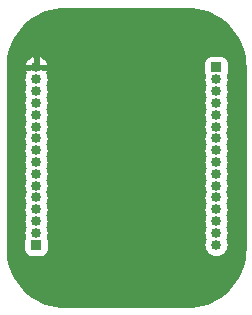
<source format=gbr>
G04 #@! TF.GenerationSoftware,KiCad,Pcbnew,(5.1.2)-2*
G04 #@! TF.CreationDate,2019-08-16T13:36:03-06:00*
G04 #@! TF.ProjectId,OLED_Dev,4f4c4544-5f44-4657-962e-6b696361645f,rev?*
G04 #@! TF.SameCoordinates,Original*
G04 #@! TF.FileFunction,Copper,L2,Bot*
G04 #@! TF.FilePolarity,Positive*
%FSLAX46Y46*%
G04 Gerber Fmt 4.6, Leading zero omitted, Abs format (unit mm)*
G04 Created by KiCad (PCBNEW (5.1.2)-2) date 2019-08-16 13:36:03*
%MOMM*%
%LPD*%
G04 APERTURE LIST*
%ADD10O,0.850000X0.850000*%
%ADD11R,0.850000X0.850000*%
%ADD12C,0.254000*%
G04 APERTURE END LIST*
D10*
X182880000Y-121680000D03*
X182880000Y-120680000D03*
X182880000Y-119680000D03*
X182880000Y-118680000D03*
X182880000Y-117680000D03*
X182880000Y-116680000D03*
X182880000Y-115680000D03*
X182880000Y-114680000D03*
X182880000Y-113680000D03*
X182880000Y-112680000D03*
X182880000Y-111680000D03*
X182880000Y-110680000D03*
X182880000Y-109680000D03*
X182880000Y-108680000D03*
X182880000Y-107680000D03*
D11*
X182880000Y-106680000D03*
D10*
X167640000Y-106680000D03*
X167640000Y-107680000D03*
X167640000Y-108680000D03*
X167640000Y-109680000D03*
X167640000Y-110680000D03*
X167640000Y-111680000D03*
X167640000Y-112680000D03*
X167640000Y-113680000D03*
X167640000Y-114680000D03*
X167640000Y-115680000D03*
X167640000Y-116680000D03*
X167640000Y-117680000D03*
X167640000Y-118680000D03*
X167640000Y-119680000D03*
X167640000Y-120680000D03*
D11*
X167640000Y-121680000D03*
D12*
G36*
X180844692Y-101745664D02*
G01*
X181266168Y-101801151D01*
X181681198Y-101893162D01*
X182086620Y-102020991D01*
X182479375Y-102183675D01*
X182856434Y-102379960D01*
X183214968Y-102608371D01*
X183552230Y-102867161D01*
X183865646Y-103154354D01*
X184152839Y-103467770D01*
X184411629Y-103805032D01*
X184640040Y-104163566D01*
X184836325Y-104540625D01*
X184999009Y-104933380D01*
X185126838Y-105338802D01*
X185218849Y-105753832D01*
X185274336Y-106175308D01*
X185293000Y-106602769D01*
X185293000Y-121997231D01*
X185274336Y-122424692D01*
X185218849Y-122846168D01*
X185126838Y-123261198D01*
X184999009Y-123666620D01*
X184836325Y-124059375D01*
X184640040Y-124436434D01*
X184411629Y-124794968D01*
X184152839Y-125132230D01*
X183865646Y-125445646D01*
X183552230Y-125732839D01*
X183214968Y-125991629D01*
X182856434Y-126220040D01*
X182479375Y-126416325D01*
X182086620Y-126579009D01*
X181681198Y-126706838D01*
X181266168Y-126798849D01*
X180844692Y-126854336D01*
X180417231Y-126873000D01*
X170102769Y-126873000D01*
X169675308Y-126854336D01*
X169253832Y-126798849D01*
X168838802Y-126706838D01*
X168433380Y-126579009D01*
X168040625Y-126416325D01*
X167663566Y-126220040D01*
X167305032Y-125991629D01*
X166967770Y-125732839D01*
X166654354Y-125445646D01*
X166367161Y-125132230D01*
X166108371Y-124794968D01*
X165879960Y-124436434D01*
X165683675Y-124059375D01*
X165520991Y-123666620D01*
X165393162Y-123261198D01*
X165301151Y-122846168D01*
X165245664Y-122424692D01*
X165227000Y-121997231D01*
X165227000Y-107680000D01*
X166574872Y-107680000D01*
X166595338Y-107887796D01*
X166655950Y-108087607D01*
X166705335Y-108180000D01*
X166655950Y-108272393D01*
X166595338Y-108472204D01*
X166574872Y-108680000D01*
X166595338Y-108887796D01*
X166655950Y-109087607D01*
X166705335Y-109180000D01*
X166655950Y-109272393D01*
X166595338Y-109472204D01*
X166574872Y-109680000D01*
X166595338Y-109887796D01*
X166655950Y-110087607D01*
X166705335Y-110180000D01*
X166655950Y-110272393D01*
X166595338Y-110472204D01*
X166574872Y-110680000D01*
X166595338Y-110887796D01*
X166655950Y-111087607D01*
X166705335Y-111180000D01*
X166655950Y-111272393D01*
X166595338Y-111472204D01*
X166574872Y-111680000D01*
X166595338Y-111887796D01*
X166655950Y-112087607D01*
X166705335Y-112180000D01*
X166655950Y-112272393D01*
X166595338Y-112472204D01*
X166574872Y-112680000D01*
X166595338Y-112887796D01*
X166655950Y-113087607D01*
X166705335Y-113180000D01*
X166655950Y-113272393D01*
X166595338Y-113472204D01*
X166574872Y-113680000D01*
X166595338Y-113887796D01*
X166655950Y-114087607D01*
X166705335Y-114180000D01*
X166655950Y-114272393D01*
X166595338Y-114472204D01*
X166574872Y-114680000D01*
X166595338Y-114887796D01*
X166655950Y-115087607D01*
X166705335Y-115180000D01*
X166655950Y-115272393D01*
X166595338Y-115472204D01*
X166574872Y-115680000D01*
X166595338Y-115887796D01*
X166655950Y-116087607D01*
X166705335Y-116180000D01*
X166655950Y-116272393D01*
X166595338Y-116472204D01*
X166574872Y-116680000D01*
X166595338Y-116887796D01*
X166655950Y-117087607D01*
X166705335Y-117180000D01*
X166655950Y-117272393D01*
X166595338Y-117472204D01*
X166574872Y-117680000D01*
X166595338Y-117887796D01*
X166655950Y-118087607D01*
X166705335Y-118180000D01*
X166655950Y-118272393D01*
X166595338Y-118472204D01*
X166574872Y-118680000D01*
X166595338Y-118887796D01*
X166655950Y-119087607D01*
X166705335Y-119180000D01*
X166655950Y-119272393D01*
X166595338Y-119472204D01*
X166574872Y-119680000D01*
X166595338Y-119887796D01*
X166655950Y-120087607D01*
X166705335Y-120180000D01*
X166655950Y-120272393D01*
X166595338Y-120472204D01*
X166574872Y-120680000D01*
X166595338Y-120887796D01*
X166630065Y-121002276D01*
X166625498Y-121010820D01*
X166589188Y-121130518D01*
X166576928Y-121255000D01*
X166576928Y-122105000D01*
X166589188Y-122229482D01*
X166625498Y-122349180D01*
X166684463Y-122459494D01*
X166763815Y-122556185D01*
X166860506Y-122635537D01*
X166970820Y-122694502D01*
X167090518Y-122730812D01*
X167215000Y-122743072D01*
X168065000Y-122743072D01*
X168189482Y-122730812D01*
X168309180Y-122694502D01*
X168419494Y-122635537D01*
X168516185Y-122556185D01*
X168595537Y-122459494D01*
X168654502Y-122349180D01*
X168690812Y-122229482D01*
X168703072Y-122105000D01*
X168703072Y-121255000D01*
X168690812Y-121130518D01*
X168654502Y-121010820D01*
X168649935Y-121002276D01*
X168684662Y-120887796D01*
X168705128Y-120680000D01*
X168684662Y-120472204D01*
X168624050Y-120272393D01*
X168574665Y-120180000D01*
X168624050Y-120087607D01*
X168684662Y-119887796D01*
X168705128Y-119680000D01*
X168684662Y-119472204D01*
X168624050Y-119272393D01*
X168574665Y-119180000D01*
X168624050Y-119087607D01*
X168684662Y-118887796D01*
X168705128Y-118680000D01*
X168684662Y-118472204D01*
X168624050Y-118272393D01*
X168574665Y-118180000D01*
X168624050Y-118087607D01*
X168684662Y-117887796D01*
X168705128Y-117680000D01*
X168684662Y-117472204D01*
X168624050Y-117272393D01*
X168574665Y-117180000D01*
X168624050Y-117087607D01*
X168684662Y-116887796D01*
X168705128Y-116680000D01*
X168684662Y-116472204D01*
X168624050Y-116272393D01*
X168574665Y-116180000D01*
X168624050Y-116087607D01*
X168684662Y-115887796D01*
X168705128Y-115680000D01*
X168684662Y-115472204D01*
X168624050Y-115272393D01*
X168574665Y-115180000D01*
X168624050Y-115087607D01*
X168684662Y-114887796D01*
X168705128Y-114680000D01*
X168684662Y-114472204D01*
X168624050Y-114272393D01*
X168574665Y-114180000D01*
X168624050Y-114087607D01*
X168684662Y-113887796D01*
X168705128Y-113680000D01*
X168684662Y-113472204D01*
X168624050Y-113272393D01*
X168574665Y-113180000D01*
X168624050Y-113087607D01*
X168684662Y-112887796D01*
X168705128Y-112680000D01*
X168684662Y-112472204D01*
X168624050Y-112272393D01*
X168574665Y-112180000D01*
X168624050Y-112087607D01*
X168684662Y-111887796D01*
X168705128Y-111680000D01*
X168684662Y-111472204D01*
X168624050Y-111272393D01*
X168574665Y-111180000D01*
X168624050Y-111087607D01*
X168684662Y-110887796D01*
X168705128Y-110680000D01*
X168684662Y-110472204D01*
X168624050Y-110272393D01*
X168574665Y-110180000D01*
X168624050Y-110087607D01*
X168684662Y-109887796D01*
X168705128Y-109680000D01*
X168684662Y-109472204D01*
X168624050Y-109272393D01*
X168574665Y-109180000D01*
X168624050Y-109087607D01*
X168684662Y-108887796D01*
X168705128Y-108680000D01*
X168684662Y-108472204D01*
X168624050Y-108272393D01*
X168574665Y-108180000D01*
X168624050Y-108087607D01*
X168684662Y-107887796D01*
X168705128Y-107680000D01*
X181814872Y-107680000D01*
X181835338Y-107887796D01*
X181895950Y-108087607D01*
X181945335Y-108180000D01*
X181895950Y-108272393D01*
X181835338Y-108472204D01*
X181814872Y-108680000D01*
X181835338Y-108887796D01*
X181895950Y-109087607D01*
X181945335Y-109180000D01*
X181895950Y-109272393D01*
X181835338Y-109472204D01*
X181814872Y-109680000D01*
X181835338Y-109887796D01*
X181895950Y-110087607D01*
X181945335Y-110180000D01*
X181895950Y-110272393D01*
X181835338Y-110472204D01*
X181814872Y-110680000D01*
X181835338Y-110887796D01*
X181895950Y-111087607D01*
X181945335Y-111180000D01*
X181895950Y-111272393D01*
X181835338Y-111472204D01*
X181814872Y-111680000D01*
X181835338Y-111887796D01*
X181895950Y-112087607D01*
X181945335Y-112180000D01*
X181895950Y-112272393D01*
X181835338Y-112472204D01*
X181814872Y-112680000D01*
X181835338Y-112887796D01*
X181895950Y-113087607D01*
X181945335Y-113180000D01*
X181895950Y-113272393D01*
X181835338Y-113472204D01*
X181814872Y-113680000D01*
X181835338Y-113887796D01*
X181895950Y-114087607D01*
X181945335Y-114180000D01*
X181895950Y-114272393D01*
X181835338Y-114472204D01*
X181814872Y-114680000D01*
X181835338Y-114887796D01*
X181895950Y-115087607D01*
X181945335Y-115180000D01*
X181895950Y-115272393D01*
X181835338Y-115472204D01*
X181814872Y-115680000D01*
X181835338Y-115887796D01*
X181895950Y-116087607D01*
X181945335Y-116180000D01*
X181895950Y-116272393D01*
X181835338Y-116472204D01*
X181814872Y-116680000D01*
X181835338Y-116887796D01*
X181895950Y-117087607D01*
X181945335Y-117180000D01*
X181895950Y-117272393D01*
X181835338Y-117472204D01*
X181814872Y-117680000D01*
X181835338Y-117887796D01*
X181895950Y-118087607D01*
X181945335Y-118180000D01*
X181895950Y-118272393D01*
X181835338Y-118472204D01*
X181814872Y-118680000D01*
X181835338Y-118887796D01*
X181895950Y-119087607D01*
X181945335Y-119180000D01*
X181895950Y-119272393D01*
X181835338Y-119472204D01*
X181814872Y-119680000D01*
X181835338Y-119887796D01*
X181895950Y-120087607D01*
X181945335Y-120180000D01*
X181895950Y-120272393D01*
X181835338Y-120472204D01*
X181814872Y-120680000D01*
X181835338Y-120887796D01*
X181895950Y-121087607D01*
X181945335Y-121180000D01*
X181895950Y-121272393D01*
X181835338Y-121472204D01*
X181814872Y-121680000D01*
X181835338Y-121887796D01*
X181895950Y-122087607D01*
X181994378Y-122271753D01*
X182126841Y-122433159D01*
X182288247Y-122565622D01*
X182472393Y-122664050D01*
X182672204Y-122724662D01*
X182827934Y-122740000D01*
X182932066Y-122740000D01*
X183087796Y-122724662D01*
X183287607Y-122664050D01*
X183471753Y-122565622D01*
X183633159Y-122433159D01*
X183765622Y-122271753D01*
X183864050Y-122087607D01*
X183924662Y-121887796D01*
X183945128Y-121680000D01*
X183924662Y-121472204D01*
X183864050Y-121272393D01*
X183814665Y-121180000D01*
X183864050Y-121087607D01*
X183924662Y-120887796D01*
X183945128Y-120680000D01*
X183924662Y-120472204D01*
X183864050Y-120272393D01*
X183814665Y-120180000D01*
X183864050Y-120087607D01*
X183924662Y-119887796D01*
X183945128Y-119680000D01*
X183924662Y-119472204D01*
X183864050Y-119272393D01*
X183814665Y-119180000D01*
X183864050Y-119087607D01*
X183924662Y-118887796D01*
X183945128Y-118680000D01*
X183924662Y-118472204D01*
X183864050Y-118272393D01*
X183814665Y-118180000D01*
X183864050Y-118087607D01*
X183924662Y-117887796D01*
X183945128Y-117680000D01*
X183924662Y-117472204D01*
X183864050Y-117272393D01*
X183814665Y-117180000D01*
X183864050Y-117087607D01*
X183924662Y-116887796D01*
X183945128Y-116680000D01*
X183924662Y-116472204D01*
X183864050Y-116272393D01*
X183814665Y-116180000D01*
X183864050Y-116087607D01*
X183924662Y-115887796D01*
X183945128Y-115680000D01*
X183924662Y-115472204D01*
X183864050Y-115272393D01*
X183814665Y-115180000D01*
X183864050Y-115087607D01*
X183924662Y-114887796D01*
X183945128Y-114680000D01*
X183924662Y-114472204D01*
X183864050Y-114272393D01*
X183814665Y-114180000D01*
X183864050Y-114087607D01*
X183924662Y-113887796D01*
X183945128Y-113680000D01*
X183924662Y-113472204D01*
X183864050Y-113272393D01*
X183814665Y-113180000D01*
X183864050Y-113087607D01*
X183924662Y-112887796D01*
X183945128Y-112680000D01*
X183924662Y-112472204D01*
X183864050Y-112272393D01*
X183814665Y-112180000D01*
X183864050Y-112087607D01*
X183924662Y-111887796D01*
X183945128Y-111680000D01*
X183924662Y-111472204D01*
X183864050Y-111272393D01*
X183814665Y-111180000D01*
X183864050Y-111087607D01*
X183924662Y-110887796D01*
X183945128Y-110680000D01*
X183924662Y-110472204D01*
X183864050Y-110272393D01*
X183814665Y-110180000D01*
X183864050Y-110087607D01*
X183924662Y-109887796D01*
X183945128Y-109680000D01*
X183924662Y-109472204D01*
X183864050Y-109272393D01*
X183814665Y-109180000D01*
X183864050Y-109087607D01*
X183924662Y-108887796D01*
X183945128Y-108680000D01*
X183924662Y-108472204D01*
X183864050Y-108272393D01*
X183814665Y-108180000D01*
X183864050Y-108087607D01*
X183924662Y-107887796D01*
X183945128Y-107680000D01*
X183924662Y-107472204D01*
X183889935Y-107357724D01*
X183894502Y-107349180D01*
X183930812Y-107229482D01*
X183943072Y-107105000D01*
X183943072Y-106255000D01*
X183930812Y-106130518D01*
X183894502Y-106010820D01*
X183835537Y-105900506D01*
X183756185Y-105803815D01*
X183659494Y-105724463D01*
X183549180Y-105665498D01*
X183429482Y-105629188D01*
X183305000Y-105616928D01*
X182455000Y-105616928D01*
X182330518Y-105629188D01*
X182210820Y-105665498D01*
X182100506Y-105724463D01*
X182003815Y-105803815D01*
X181924463Y-105900506D01*
X181865498Y-106010820D01*
X181829188Y-106130518D01*
X181816928Y-106255000D01*
X181816928Y-107105000D01*
X181829188Y-107229482D01*
X181865498Y-107349180D01*
X181870065Y-107357724D01*
X181835338Y-107472204D01*
X181814872Y-107680000D01*
X168705128Y-107680000D01*
X168684662Y-107472204D01*
X168624050Y-107272393D01*
X168573698Y-107178191D01*
X168648872Y-107005250D01*
X168659540Y-106970062D01*
X168532257Y-106807000D01*
X168247133Y-106807000D01*
X168231753Y-106794378D01*
X168047607Y-106695950D01*
X167847796Y-106635338D01*
X167692066Y-106620000D01*
X167587934Y-106620000D01*
X167432204Y-106635338D01*
X167232393Y-106695950D01*
X167048247Y-106794378D01*
X167032867Y-106807000D01*
X166747743Y-106807000D01*
X166620460Y-106970062D01*
X166631128Y-107005250D01*
X166706302Y-107178191D01*
X166655950Y-107272393D01*
X166595338Y-107472204D01*
X166574872Y-107680000D01*
X165227000Y-107680000D01*
X165227000Y-106602769D01*
X165236292Y-106389938D01*
X166620460Y-106389938D01*
X166747743Y-106553000D01*
X167513000Y-106553000D01*
X167513000Y-105786379D01*
X167767000Y-105786379D01*
X167767000Y-106553000D01*
X168532257Y-106553000D01*
X168659540Y-106389938D01*
X168648872Y-106354750D01*
X168566034Y-106164178D01*
X168447609Y-105993429D01*
X168298148Y-105849064D01*
X168123394Y-105736632D01*
X167930064Y-105660453D01*
X167767000Y-105786379D01*
X167513000Y-105786379D01*
X167349936Y-105660453D01*
X167156606Y-105736632D01*
X166981852Y-105849064D01*
X166832391Y-105993429D01*
X166713966Y-106164178D01*
X166631128Y-106354750D01*
X166620460Y-106389938D01*
X165236292Y-106389938D01*
X165245664Y-106175308D01*
X165301151Y-105753832D01*
X165393162Y-105338802D01*
X165520991Y-104933380D01*
X165683675Y-104540625D01*
X165879960Y-104163566D01*
X166108371Y-103805032D01*
X166367161Y-103467770D01*
X166654354Y-103154354D01*
X166967770Y-102867161D01*
X167305032Y-102608371D01*
X167663566Y-102379960D01*
X168040625Y-102183675D01*
X168433380Y-102020991D01*
X168838802Y-101893162D01*
X169253832Y-101801151D01*
X169675308Y-101745664D01*
X170102769Y-101727000D01*
X180417231Y-101727000D01*
X180844692Y-101745664D01*
X180844692Y-101745664D01*
G37*
X180844692Y-101745664D02*
X181266168Y-101801151D01*
X181681198Y-101893162D01*
X182086620Y-102020991D01*
X182479375Y-102183675D01*
X182856434Y-102379960D01*
X183214968Y-102608371D01*
X183552230Y-102867161D01*
X183865646Y-103154354D01*
X184152839Y-103467770D01*
X184411629Y-103805032D01*
X184640040Y-104163566D01*
X184836325Y-104540625D01*
X184999009Y-104933380D01*
X185126838Y-105338802D01*
X185218849Y-105753832D01*
X185274336Y-106175308D01*
X185293000Y-106602769D01*
X185293000Y-121997231D01*
X185274336Y-122424692D01*
X185218849Y-122846168D01*
X185126838Y-123261198D01*
X184999009Y-123666620D01*
X184836325Y-124059375D01*
X184640040Y-124436434D01*
X184411629Y-124794968D01*
X184152839Y-125132230D01*
X183865646Y-125445646D01*
X183552230Y-125732839D01*
X183214968Y-125991629D01*
X182856434Y-126220040D01*
X182479375Y-126416325D01*
X182086620Y-126579009D01*
X181681198Y-126706838D01*
X181266168Y-126798849D01*
X180844692Y-126854336D01*
X180417231Y-126873000D01*
X170102769Y-126873000D01*
X169675308Y-126854336D01*
X169253832Y-126798849D01*
X168838802Y-126706838D01*
X168433380Y-126579009D01*
X168040625Y-126416325D01*
X167663566Y-126220040D01*
X167305032Y-125991629D01*
X166967770Y-125732839D01*
X166654354Y-125445646D01*
X166367161Y-125132230D01*
X166108371Y-124794968D01*
X165879960Y-124436434D01*
X165683675Y-124059375D01*
X165520991Y-123666620D01*
X165393162Y-123261198D01*
X165301151Y-122846168D01*
X165245664Y-122424692D01*
X165227000Y-121997231D01*
X165227000Y-107680000D01*
X166574872Y-107680000D01*
X166595338Y-107887796D01*
X166655950Y-108087607D01*
X166705335Y-108180000D01*
X166655950Y-108272393D01*
X166595338Y-108472204D01*
X166574872Y-108680000D01*
X166595338Y-108887796D01*
X166655950Y-109087607D01*
X166705335Y-109180000D01*
X166655950Y-109272393D01*
X166595338Y-109472204D01*
X166574872Y-109680000D01*
X166595338Y-109887796D01*
X166655950Y-110087607D01*
X166705335Y-110180000D01*
X166655950Y-110272393D01*
X166595338Y-110472204D01*
X166574872Y-110680000D01*
X166595338Y-110887796D01*
X166655950Y-111087607D01*
X166705335Y-111180000D01*
X166655950Y-111272393D01*
X166595338Y-111472204D01*
X166574872Y-111680000D01*
X166595338Y-111887796D01*
X166655950Y-112087607D01*
X166705335Y-112180000D01*
X166655950Y-112272393D01*
X166595338Y-112472204D01*
X166574872Y-112680000D01*
X166595338Y-112887796D01*
X166655950Y-113087607D01*
X166705335Y-113180000D01*
X166655950Y-113272393D01*
X166595338Y-113472204D01*
X166574872Y-113680000D01*
X166595338Y-113887796D01*
X166655950Y-114087607D01*
X166705335Y-114180000D01*
X166655950Y-114272393D01*
X166595338Y-114472204D01*
X166574872Y-114680000D01*
X166595338Y-114887796D01*
X166655950Y-115087607D01*
X166705335Y-115180000D01*
X166655950Y-115272393D01*
X166595338Y-115472204D01*
X166574872Y-115680000D01*
X166595338Y-115887796D01*
X166655950Y-116087607D01*
X166705335Y-116180000D01*
X166655950Y-116272393D01*
X166595338Y-116472204D01*
X166574872Y-116680000D01*
X166595338Y-116887796D01*
X166655950Y-117087607D01*
X166705335Y-117180000D01*
X166655950Y-117272393D01*
X166595338Y-117472204D01*
X166574872Y-117680000D01*
X166595338Y-117887796D01*
X166655950Y-118087607D01*
X166705335Y-118180000D01*
X166655950Y-118272393D01*
X166595338Y-118472204D01*
X166574872Y-118680000D01*
X166595338Y-118887796D01*
X166655950Y-119087607D01*
X166705335Y-119180000D01*
X166655950Y-119272393D01*
X166595338Y-119472204D01*
X166574872Y-119680000D01*
X166595338Y-119887796D01*
X166655950Y-120087607D01*
X166705335Y-120180000D01*
X166655950Y-120272393D01*
X166595338Y-120472204D01*
X166574872Y-120680000D01*
X166595338Y-120887796D01*
X166630065Y-121002276D01*
X166625498Y-121010820D01*
X166589188Y-121130518D01*
X166576928Y-121255000D01*
X166576928Y-122105000D01*
X166589188Y-122229482D01*
X166625498Y-122349180D01*
X166684463Y-122459494D01*
X166763815Y-122556185D01*
X166860506Y-122635537D01*
X166970820Y-122694502D01*
X167090518Y-122730812D01*
X167215000Y-122743072D01*
X168065000Y-122743072D01*
X168189482Y-122730812D01*
X168309180Y-122694502D01*
X168419494Y-122635537D01*
X168516185Y-122556185D01*
X168595537Y-122459494D01*
X168654502Y-122349180D01*
X168690812Y-122229482D01*
X168703072Y-122105000D01*
X168703072Y-121255000D01*
X168690812Y-121130518D01*
X168654502Y-121010820D01*
X168649935Y-121002276D01*
X168684662Y-120887796D01*
X168705128Y-120680000D01*
X168684662Y-120472204D01*
X168624050Y-120272393D01*
X168574665Y-120180000D01*
X168624050Y-120087607D01*
X168684662Y-119887796D01*
X168705128Y-119680000D01*
X168684662Y-119472204D01*
X168624050Y-119272393D01*
X168574665Y-119180000D01*
X168624050Y-119087607D01*
X168684662Y-118887796D01*
X168705128Y-118680000D01*
X168684662Y-118472204D01*
X168624050Y-118272393D01*
X168574665Y-118180000D01*
X168624050Y-118087607D01*
X168684662Y-117887796D01*
X168705128Y-117680000D01*
X168684662Y-117472204D01*
X168624050Y-117272393D01*
X168574665Y-117180000D01*
X168624050Y-117087607D01*
X168684662Y-116887796D01*
X168705128Y-116680000D01*
X168684662Y-116472204D01*
X168624050Y-116272393D01*
X168574665Y-116180000D01*
X168624050Y-116087607D01*
X168684662Y-115887796D01*
X168705128Y-115680000D01*
X168684662Y-115472204D01*
X168624050Y-115272393D01*
X168574665Y-115180000D01*
X168624050Y-115087607D01*
X168684662Y-114887796D01*
X168705128Y-114680000D01*
X168684662Y-114472204D01*
X168624050Y-114272393D01*
X168574665Y-114180000D01*
X168624050Y-114087607D01*
X168684662Y-113887796D01*
X168705128Y-113680000D01*
X168684662Y-113472204D01*
X168624050Y-113272393D01*
X168574665Y-113180000D01*
X168624050Y-113087607D01*
X168684662Y-112887796D01*
X168705128Y-112680000D01*
X168684662Y-112472204D01*
X168624050Y-112272393D01*
X168574665Y-112180000D01*
X168624050Y-112087607D01*
X168684662Y-111887796D01*
X168705128Y-111680000D01*
X168684662Y-111472204D01*
X168624050Y-111272393D01*
X168574665Y-111180000D01*
X168624050Y-111087607D01*
X168684662Y-110887796D01*
X168705128Y-110680000D01*
X168684662Y-110472204D01*
X168624050Y-110272393D01*
X168574665Y-110180000D01*
X168624050Y-110087607D01*
X168684662Y-109887796D01*
X168705128Y-109680000D01*
X168684662Y-109472204D01*
X168624050Y-109272393D01*
X168574665Y-109180000D01*
X168624050Y-109087607D01*
X168684662Y-108887796D01*
X168705128Y-108680000D01*
X168684662Y-108472204D01*
X168624050Y-108272393D01*
X168574665Y-108180000D01*
X168624050Y-108087607D01*
X168684662Y-107887796D01*
X168705128Y-107680000D01*
X181814872Y-107680000D01*
X181835338Y-107887796D01*
X181895950Y-108087607D01*
X181945335Y-108180000D01*
X181895950Y-108272393D01*
X181835338Y-108472204D01*
X181814872Y-108680000D01*
X181835338Y-108887796D01*
X181895950Y-109087607D01*
X181945335Y-109180000D01*
X181895950Y-109272393D01*
X181835338Y-109472204D01*
X181814872Y-109680000D01*
X181835338Y-109887796D01*
X181895950Y-110087607D01*
X181945335Y-110180000D01*
X181895950Y-110272393D01*
X181835338Y-110472204D01*
X181814872Y-110680000D01*
X181835338Y-110887796D01*
X181895950Y-111087607D01*
X181945335Y-111180000D01*
X181895950Y-111272393D01*
X181835338Y-111472204D01*
X181814872Y-111680000D01*
X181835338Y-111887796D01*
X181895950Y-112087607D01*
X181945335Y-112180000D01*
X181895950Y-112272393D01*
X181835338Y-112472204D01*
X181814872Y-112680000D01*
X181835338Y-112887796D01*
X181895950Y-113087607D01*
X181945335Y-113180000D01*
X181895950Y-113272393D01*
X181835338Y-113472204D01*
X181814872Y-113680000D01*
X181835338Y-113887796D01*
X181895950Y-114087607D01*
X181945335Y-114180000D01*
X181895950Y-114272393D01*
X181835338Y-114472204D01*
X181814872Y-114680000D01*
X181835338Y-114887796D01*
X181895950Y-115087607D01*
X181945335Y-115180000D01*
X181895950Y-115272393D01*
X181835338Y-115472204D01*
X181814872Y-115680000D01*
X181835338Y-115887796D01*
X181895950Y-116087607D01*
X181945335Y-116180000D01*
X181895950Y-116272393D01*
X181835338Y-116472204D01*
X181814872Y-116680000D01*
X181835338Y-116887796D01*
X181895950Y-117087607D01*
X181945335Y-117180000D01*
X181895950Y-117272393D01*
X181835338Y-117472204D01*
X181814872Y-117680000D01*
X181835338Y-117887796D01*
X181895950Y-118087607D01*
X181945335Y-118180000D01*
X181895950Y-118272393D01*
X181835338Y-118472204D01*
X181814872Y-118680000D01*
X181835338Y-118887796D01*
X181895950Y-119087607D01*
X181945335Y-119180000D01*
X181895950Y-119272393D01*
X181835338Y-119472204D01*
X181814872Y-119680000D01*
X181835338Y-119887796D01*
X181895950Y-120087607D01*
X181945335Y-120180000D01*
X181895950Y-120272393D01*
X181835338Y-120472204D01*
X181814872Y-120680000D01*
X181835338Y-120887796D01*
X181895950Y-121087607D01*
X181945335Y-121180000D01*
X181895950Y-121272393D01*
X181835338Y-121472204D01*
X181814872Y-121680000D01*
X181835338Y-121887796D01*
X181895950Y-122087607D01*
X181994378Y-122271753D01*
X182126841Y-122433159D01*
X182288247Y-122565622D01*
X182472393Y-122664050D01*
X182672204Y-122724662D01*
X182827934Y-122740000D01*
X182932066Y-122740000D01*
X183087796Y-122724662D01*
X183287607Y-122664050D01*
X183471753Y-122565622D01*
X183633159Y-122433159D01*
X183765622Y-122271753D01*
X183864050Y-122087607D01*
X183924662Y-121887796D01*
X183945128Y-121680000D01*
X183924662Y-121472204D01*
X183864050Y-121272393D01*
X183814665Y-121180000D01*
X183864050Y-121087607D01*
X183924662Y-120887796D01*
X183945128Y-120680000D01*
X183924662Y-120472204D01*
X183864050Y-120272393D01*
X183814665Y-120180000D01*
X183864050Y-120087607D01*
X183924662Y-119887796D01*
X183945128Y-119680000D01*
X183924662Y-119472204D01*
X183864050Y-119272393D01*
X183814665Y-119180000D01*
X183864050Y-119087607D01*
X183924662Y-118887796D01*
X183945128Y-118680000D01*
X183924662Y-118472204D01*
X183864050Y-118272393D01*
X183814665Y-118180000D01*
X183864050Y-118087607D01*
X183924662Y-117887796D01*
X183945128Y-117680000D01*
X183924662Y-117472204D01*
X183864050Y-117272393D01*
X183814665Y-117180000D01*
X183864050Y-117087607D01*
X183924662Y-116887796D01*
X183945128Y-116680000D01*
X183924662Y-116472204D01*
X183864050Y-116272393D01*
X183814665Y-116180000D01*
X183864050Y-116087607D01*
X183924662Y-115887796D01*
X183945128Y-115680000D01*
X183924662Y-115472204D01*
X183864050Y-115272393D01*
X183814665Y-115180000D01*
X183864050Y-115087607D01*
X183924662Y-114887796D01*
X183945128Y-114680000D01*
X183924662Y-114472204D01*
X183864050Y-114272393D01*
X183814665Y-114180000D01*
X183864050Y-114087607D01*
X183924662Y-113887796D01*
X183945128Y-113680000D01*
X183924662Y-113472204D01*
X183864050Y-113272393D01*
X183814665Y-113180000D01*
X183864050Y-113087607D01*
X183924662Y-112887796D01*
X183945128Y-112680000D01*
X183924662Y-112472204D01*
X183864050Y-112272393D01*
X183814665Y-112180000D01*
X183864050Y-112087607D01*
X183924662Y-111887796D01*
X183945128Y-111680000D01*
X183924662Y-111472204D01*
X183864050Y-111272393D01*
X183814665Y-111180000D01*
X183864050Y-111087607D01*
X183924662Y-110887796D01*
X183945128Y-110680000D01*
X183924662Y-110472204D01*
X183864050Y-110272393D01*
X183814665Y-110180000D01*
X183864050Y-110087607D01*
X183924662Y-109887796D01*
X183945128Y-109680000D01*
X183924662Y-109472204D01*
X183864050Y-109272393D01*
X183814665Y-109180000D01*
X183864050Y-109087607D01*
X183924662Y-108887796D01*
X183945128Y-108680000D01*
X183924662Y-108472204D01*
X183864050Y-108272393D01*
X183814665Y-108180000D01*
X183864050Y-108087607D01*
X183924662Y-107887796D01*
X183945128Y-107680000D01*
X183924662Y-107472204D01*
X183889935Y-107357724D01*
X183894502Y-107349180D01*
X183930812Y-107229482D01*
X183943072Y-107105000D01*
X183943072Y-106255000D01*
X183930812Y-106130518D01*
X183894502Y-106010820D01*
X183835537Y-105900506D01*
X183756185Y-105803815D01*
X183659494Y-105724463D01*
X183549180Y-105665498D01*
X183429482Y-105629188D01*
X183305000Y-105616928D01*
X182455000Y-105616928D01*
X182330518Y-105629188D01*
X182210820Y-105665498D01*
X182100506Y-105724463D01*
X182003815Y-105803815D01*
X181924463Y-105900506D01*
X181865498Y-106010820D01*
X181829188Y-106130518D01*
X181816928Y-106255000D01*
X181816928Y-107105000D01*
X181829188Y-107229482D01*
X181865498Y-107349180D01*
X181870065Y-107357724D01*
X181835338Y-107472204D01*
X181814872Y-107680000D01*
X168705128Y-107680000D01*
X168684662Y-107472204D01*
X168624050Y-107272393D01*
X168573698Y-107178191D01*
X168648872Y-107005250D01*
X168659540Y-106970062D01*
X168532257Y-106807000D01*
X168247133Y-106807000D01*
X168231753Y-106794378D01*
X168047607Y-106695950D01*
X167847796Y-106635338D01*
X167692066Y-106620000D01*
X167587934Y-106620000D01*
X167432204Y-106635338D01*
X167232393Y-106695950D01*
X167048247Y-106794378D01*
X167032867Y-106807000D01*
X166747743Y-106807000D01*
X166620460Y-106970062D01*
X166631128Y-107005250D01*
X166706302Y-107178191D01*
X166655950Y-107272393D01*
X166595338Y-107472204D01*
X166574872Y-107680000D01*
X165227000Y-107680000D01*
X165227000Y-106602769D01*
X165236292Y-106389938D01*
X166620460Y-106389938D01*
X166747743Y-106553000D01*
X167513000Y-106553000D01*
X167513000Y-105786379D01*
X167767000Y-105786379D01*
X167767000Y-106553000D01*
X168532257Y-106553000D01*
X168659540Y-106389938D01*
X168648872Y-106354750D01*
X168566034Y-106164178D01*
X168447609Y-105993429D01*
X168298148Y-105849064D01*
X168123394Y-105736632D01*
X167930064Y-105660453D01*
X167767000Y-105786379D01*
X167513000Y-105786379D01*
X167349936Y-105660453D01*
X167156606Y-105736632D01*
X166981852Y-105849064D01*
X166832391Y-105993429D01*
X166713966Y-106164178D01*
X166631128Y-106354750D01*
X166620460Y-106389938D01*
X165236292Y-106389938D01*
X165245664Y-106175308D01*
X165301151Y-105753832D01*
X165393162Y-105338802D01*
X165520991Y-104933380D01*
X165683675Y-104540625D01*
X165879960Y-104163566D01*
X166108371Y-103805032D01*
X166367161Y-103467770D01*
X166654354Y-103154354D01*
X166967770Y-102867161D01*
X167305032Y-102608371D01*
X167663566Y-102379960D01*
X168040625Y-102183675D01*
X168433380Y-102020991D01*
X168838802Y-101893162D01*
X169253832Y-101801151D01*
X169675308Y-101745664D01*
X170102769Y-101727000D01*
X180417231Y-101727000D01*
X180844692Y-101745664D01*
M02*

</source>
